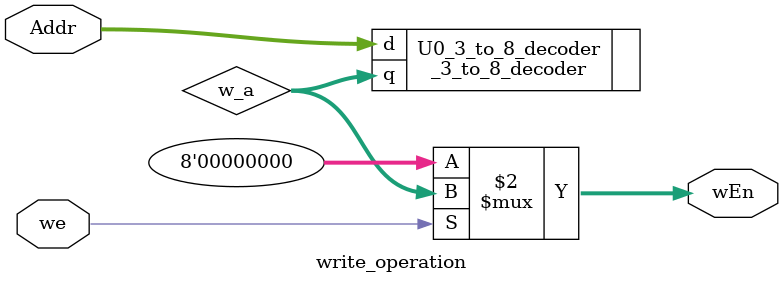
<source format=v>
module write_operation(Addr, we, wEn);
	input we;
	input [2:0] Addr; // 
	output [7:0] wEn; // select which index we will update in register
	
	wire [7:0] w_a;
	
	// one hot decoder
	_3_to_8_decoder U0_3_to_8_decoder(.d(Addr), .q(w_a));
	
	// if we == 1'b1, and gates will result same value with w_a
	// if we == 1'b0, and gates always result 0
	assign wEn = (we == 1'b1) ? w_a : 8'b0;
	
endmodule
</source>
